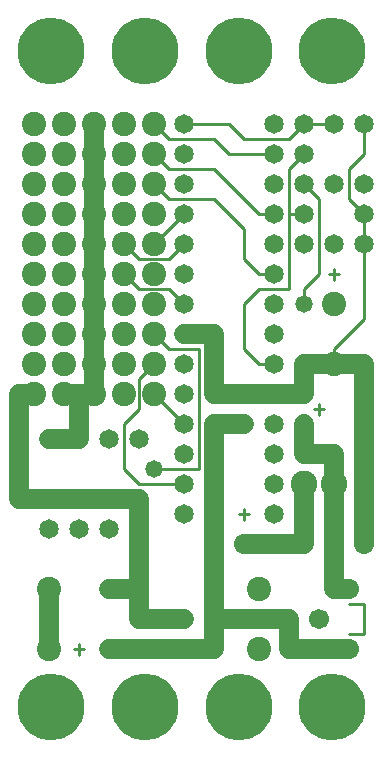
<source format=gtl>
%MOIN*%
%FSLAX25Y25*%
G04 D10 used for Character Trace; *
G04     Circle (OD=.01000) (No hole)*
G04 D11 used for Power Trace; *
G04     Circle (OD=.06700) (No hole)*
G04 D12 used for Signal Trace; *
G04     Circle (OD=.01100) (No hole)*
G04 D13 used for Via; *
G04     Circle (OD=.05800) (Round. Hole ID=.02800)*
G04 D14 used for Component hole; *
G04     Circle (OD=.06500) (Round. Hole ID=.03500)*
G04 D15 used for Component hole; *
G04     Circle (OD=.06700) (Round. Hole ID=.04300)*
G04 D16 used for Component hole; *
G04     Circle (OD=.08100) (Round. Hole ID=.05100)*
G04 D17 used for Component hole; *
G04     Circle (OD=.08900) (Round. Hole ID=.05900)*
G04 D18 used for Component hole; *
G04     Circle (OD=.11300) (Round. Hole ID=.08300)*
G04 D19 used for Component hole; *
G04     Circle (OD=.16000) (Round. Hole ID=.13000)*
G04 D20 used for Component hole; *
G04     Circle (OD=.18300) (Round. Hole ID=.15300)*
G04 D21 used for Component hole; *
G04     Circle (OD=.22291) (Round. Hole ID=.19291)*
%ADD10C,.01000*%
%ADD11C,.06700*%
%ADD12C,.01100*%
%ADD13C,.05800*%
%ADD14C,.06500*%
%ADD15C,.06700*%
%ADD16C,.08100*%
%ADD17C,.08900*%
%ADD18C,.11300*%
%ADD19C,.16000*%
%ADD20C,.18300*%
%ADD21C,.22291*%
%IPPOS*%
%LPD*%
G90*X0Y0D02*D21*X15625Y15625D03*D14*              
X35000Y35000D03*D11*X70000D01*Y45000D01*X95000D01*
Y35000D01*X115000D01*D15*D03*D12*Y40000D02*       
X120000D01*Y50000D01*X115000D01*D11*              
X110000Y55000D02*X115000D01*D15*D03*D11*          
X110000D02*Y90000D01*D17*D03*D11*Y100000D01*      
X100000D01*Y110000D01*D14*D03*D10*                
X103326Y115000D02*X106674D01*X105000Y116914D02*   
Y113086D01*D14*X90000Y120000D03*D11*X70000D01*    
Y140000D01*X60000D01*D14*D03*D12*X65000Y95000D02* 
Y135000D01*X50000Y95000D02*X65000D01*D13*         
X50000D03*D12*X45000Y90000D02*X60000D01*D14*D03*  
Y100000D03*Y80000D03*X45000Y105000D03*Y75000D03*  
D11*Y55000D01*Y45000D01*X60000D01*D13*D03*D11*    
X70000D02*Y110000D01*X80000D01*D13*D03*D14*       
X90000Y100000D03*D11*Y120000D02*X100000D01*       
Y130000D01*X110000D01*D16*D03*D11*X120000D01*     
Y110000D01*D14*D03*D11*Y70000D01*D15*D03*D17*     
X100000Y90000D03*D11*Y70000D01*X80000D01*D15*D03* 
D14*X90000Y80000D03*D10*X78326D02*X81674D01*      
X80000Y81914D02*Y78086D01*D16*X85000Y55000D03*D14*
X90000Y90000D03*D15*X105000Y45000D03*D12*         
X45000Y90000D02*X40000Y95000D01*Y110000D01*       
X45000Y115000D01*Y125000D01*X50000Y130000D01*D16* 
D03*D12*X55000Y135000D02*X65000D01*D14*           
X60000Y130000D03*D12*X55000Y135000D02*            
X50000Y140000D01*D16*D03*D14*X60000Y150000D03*D12*
X55000Y155000D01*X45000D01*X40000Y160000D01*D16*  
D03*D12*X45000Y165000D02*X55000D01*               
X60000Y170000D01*D14*D03*D16*X50000Y180000D03*    
Y160000D03*D14*X60000Y180000D03*D12*              
X50000Y170000D01*D16*D03*D12*X45000Y165000D02*    
X40000Y170000D01*D16*D03*X30000Y180000D03*D11*    
Y170000D01*D16*D03*D11*Y160000D01*D16*D03*D11*    
Y150000D01*D16*D03*D11*Y140000D01*D16*D03*D11*    
Y130000D01*D16*D03*D11*Y120000D01*D16*D03*D11*    
X25000D01*Y105000D01*D14*D03*D11*X15000D01*D14*   
D03*D11*X20000Y120000D02*X25000D01*D16*X20000D03* 
X10000Y130000D03*X20000D03*X10000Y120000D03*D11*  
X5000D01*Y85000D01*X45000D01*Y75000D01*D14*       
X35000D03*Y55000D03*D11*X45000D01*D14*            
X25000Y75000D03*D10*X23326Y35000D02*X26674D01*    
X25000Y36914D02*Y33086D01*D14*X15000Y75000D03*D16*
Y55000D03*D11*Y35000D01*D16*D03*D21*              
X46875Y15625D03*X78125D03*D14*X35000Y105000D03*   
D16*X85000Y35000D03*D14*X90000Y110000D03*         
X60000D03*D12*X50000Y120000D01*D16*D03*           
X40000Y130000D03*D14*X60000Y120000D03*D16*        
X40000D03*Y140000D03*D12*X80000Y135000D02*        
Y150000D01*X85000Y130000D02*X80000Y135000D01*     
X85000Y130000D02*X90000D01*D14*D03*Y140000D03*D16*
X110000Y150000D03*D13*X100000D03*D12*Y155000D01*  
X105000Y160000D01*Y185000D01*X100000Y190000D01*   
D14*D03*D12*X95000Y180000D02*Y195000D01*          
Y155000D02*Y180000D01*X85000Y155000D02*X95000D01* 
X80000Y150000D02*X85000Y155000D01*D14*            
X90000Y160000D03*D12*X85000D01*X80000Y165000D01*  
Y175000D01*X70000Y185000D01*X55000D01*            
X50000Y190000D01*D16*D03*D12*X55000Y195000D02*    
X70000D01*X85000Y180000D01*X90000D01*D14*D03*D12* 
X95000D02*X100000D01*D14*D03*X110000Y170000D03*   
Y190000D03*X90000D03*Y170000D03*X100000D03*D12*   
X115000Y185000D02*Y195000D01*X120000Y180000D02*   
X115000Y185000D01*D14*X120000Y180000D03*D12*      
Y170000D01*D14*D03*D12*Y145000D01*                
X110000Y135000D01*Y130000D01*D14*X90000Y150000D03*
D10*X108326Y160000D02*X111674D01*                 
X110000Y161914D02*Y158086D01*D14*X60000Y160000D03*
D16*X50000Y150000D03*D14*X120000Y190000D03*       
X60000D03*D12*X115000Y195000D02*X120000Y200000D01*
Y210000D01*D14*D03*X110000D03*D12*X100000D01*D14* 
D03*D12*X95000Y205000D01*X80000D01*               
X75000Y210000D01*X60000D01*D14*D03*D12*           
X55000Y205000D02*X70000D01*X75000Y200000D01*      
X90000D01*D14*D03*D12*X95000Y195000D02*           
X100000Y200000D01*D14*D03*X90000Y210000D03*D21*   
X109375Y234375D03*X78125D03*D14*X60000Y200000D03* 
D12*X55000Y205000D02*X50000Y210000D01*D16*D03*    
X40000Y200000D03*Y210000D03*X50000Y200000D03*D12* 
X55000Y195000D01*D16*X40000Y180000D03*Y190000D03* 
X30000Y210000D03*D11*Y200000D01*D16*D03*D11*      
Y190000D01*D16*D03*D11*Y180000D01*D16*            
X20000Y190000D03*Y170000D03*Y180000D03*           
X10000Y200000D03*Y160000D03*Y190000D03*           
X20000Y160000D03*X10000Y180000D03*                
X20000Y200000D03*X10000Y170000D03*Y150000D03*     
X20000D03*Y210000D03*X40000Y150000D03*            
X10000Y210000D03*Y140000D03*X20000D03*D21*        
X46875Y234375D03*X15625D03*X109375Y15625D03*M02*  

</source>
